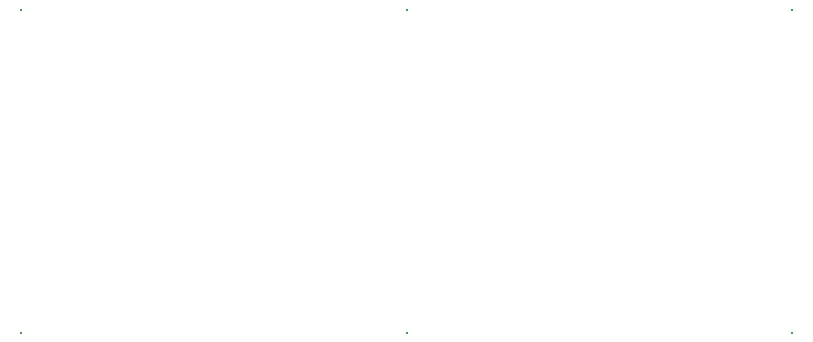
<source format=gbr>
%TF.GenerationSoftware,Altium Limited,Altium Designer,24.0.1 (36)*%
G04 Layer_Color=16711935*
%FSLAX45Y45*%
%MOMM*%
%TF.SameCoordinates,BDB9926C-BC38-41AE-A616-4D177B64427C*%
%TF.FilePolarity,Negative*%
%TF.FileFunction,Soldermask,Bot*%
%TF.Part,Single*%
G01*
G75*
%TA.AperFunction,ViaPad*%
%ADD36C,0.20320*%
D36*
X538480Y4493260D02*
D03*
X3807460D02*
D03*
X7073900D02*
D03*
Y1757680D02*
D03*
X3807460D02*
D03*
X538480D02*
D03*
%TF.MD5,b869d62932f5830e57c54886c1e5a037*%
M02*

</source>
